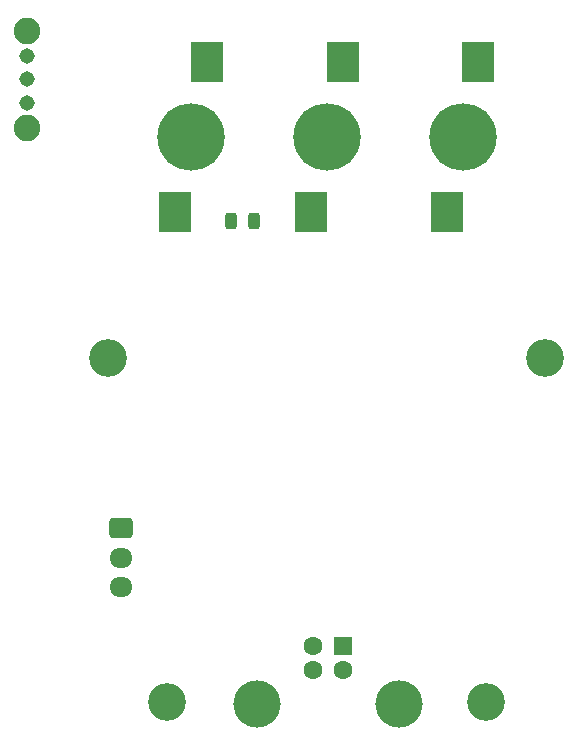
<source format=gbr>
%TF.GenerationSoftware,KiCad,Pcbnew,(6.0.0)*%
%TF.CreationDate,2022-11-21T18:04:57+01:00*%
%TF.ProjectId,fanali_coda_treno,66616e61-6c69-45f6-936f-64615f747265,rev?*%
%TF.SameCoordinates,Original*%
%TF.FileFunction,Soldermask,Bot*%
%TF.FilePolarity,Negative*%
%FSLAX46Y46*%
G04 Gerber Fmt 4.6, Leading zero omitted, Abs format (unit mm)*
G04 Created by KiCad (PCBNEW (6.0.0)) date 2022-11-21 18:04:57*
%MOMM*%
%LPD*%
G01*
G04 APERTURE LIST*
G04 Aperture macros list*
%AMRoundRect*
0 Rectangle with rounded corners*
0 $1 Rounding radius*
0 $2 $3 $4 $5 $6 $7 $8 $9 X,Y pos of 4 corners*
0 Add a 4 corners polygon primitive as box body*
4,1,4,$2,$3,$4,$5,$6,$7,$8,$9,$2,$3,0*
0 Add four circle primitives for the rounded corners*
1,1,$1+$1,$2,$3*
1,1,$1+$1,$4,$5*
1,1,$1+$1,$6,$7*
1,1,$1+$1,$8,$9*
0 Add four rect primitives between the rounded corners*
20,1,$1+$1,$2,$3,$4,$5,0*
20,1,$1+$1,$4,$5,$6,$7,0*
20,1,$1+$1,$6,$7,$8,$9,0*
20,1,$1+$1,$8,$9,$2,$3,0*%
G04 Aperture macros list end*
%ADD10R,1.600000X1.600000*%
%ADD11C,1.600000*%
%ADD12C,4.000000*%
%ADD13C,3.200000*%
%ADD14RoundRect,0.250000X-0.725000X0.600000X-0.725000X-0.600000X0.725000X-0.600000X0.725000X0.600000X0*%
%ADD15O,1.950000X1.700000*%
%ADD16C,1.308000*%
%ADD17C,2.250000*%
%ADD18RoundRect,0.243750X-0.243750X-0.456250X0.243750X-0.456250X0.243750X0.456250X-0.243750X0.456250X0*%
%ADD19R,2.700000X3.500000*%
%ADD20C,5.700000*%
G04 APERTURE END LIST*
D10*
%TO.C,J1*%
X32000000Y-66000000D03*
D11*
X29500000Y-66000000D03*
X29500000Y-68000000D03*
X32000000Y-68000000D03*
D12*
X24750000Y-70860000D03*
X36750000Y-70860000D03*
%TD*%
D13*
%TO.C,H5*%
X49120000Y-41560000D03*
%TD*%
%TO.C,H2*%
X12120000Y-41560000D03*
%TD*%
%TO.C,H3*%
X17130000Y-70750000D03*
%TD*%
%TO.C,H4*%
X44130000Y-70750000D03*
%TD*%
D14*
%TO.C,J2*%
X13250000Y-56000000D03*
D15*
X13250000Y-58500000D03*
X13250000Y-61000000D03*
%TD*%
D16*
%TO.C,SW1*%
X5255750Y-16000000D03*
X5255750Y-18000000D03*
X5255750Y-20000000D03*
D17*
X5255750Y-13900000D03*
X5255750Y-22100000D03*
%TD*%
D18*
%TO.C,D3*%
X22562500Y-30000000D03*
X24437500Y-30000000D03*
%TD*%
D19*
%TO.C,D2*%
X29275000Y-29230000D03*
X31975000Y-16530000D03*
D20*
X30625000Y-22880000D03*
%TD*%
D19*
%TO.C,D4*%
X40775000Y-29230000D03*
X43475000Y-16530000D03*
D20*
X42125000Y-22880000D03*
%TD*%
D19*
%TO.C,D5*%
X17775000Y-29230000D03*
X20475000Y-16530000D03*
D20*
X19125000Y-22880000D03*
%TD*%
M02*

</source>
